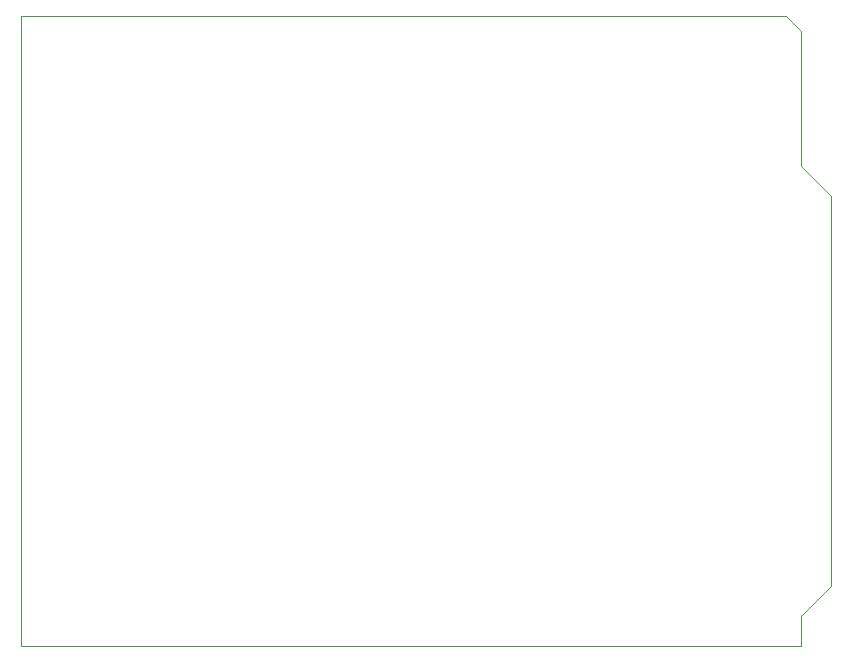
<source format=gbr>
%TF.GenerationSoftware,KiCad,Pcbnew,(6.0.7-1)-1*%
%TF.CreationDate,2022-10-13T17:45:23+01:00*%
%TF.ProjectId,JVS-IO,4a56532d-494f-42e6-9b69-6361645f7063,1*%
%TF.SameCoordinates,Original*%
%TF.FileFunction,Profile,NP*%
%FSLAX46Y46*%
G04 Gerber Fmt 4.6, Leading zero omitted, Abs format (unit mm)*
G04 Created by KiCad (PCBNEW (6.0.7-1)-1) date 2022-10-13 17:45:23*
%MOMM*%
%LPD*%
G01*
G04 APERTURE LIST*
%TA.AperFunction,Profile*%
%ADD10C,0.050000*%
%TD*%
G04 APERTURE END LIST*
D10*
X132080000Y-36068000D02*
X68580000Y-36068000D01*
X134620000Y-37338000D02*
X134620000Y-38608000D01*
X132080000Y-36068000D02*
X133350000Y-36068000D01*
X137160000Y-84328000D02*
X137160000Y-51308000D01*
X68580000Y-89408000D02*
X134620000Y-89408000D01*
X134620000Y-86868000D02*
X137160000Y-84328000D01*
X134620000Y-89408000D02*
X134620000Y-86868000D01*
X137160000Y-51308000D02*
X134620000Y-48768000D01*
X134620000Y-48768000D02*
X134620000Y-38608000D01*
X133350000Y-36068000D02*
X134620000Y-37338000D01*
X68580000Y-36068000D02*
X68580000Y-89408000D01*
M02*

</source>
